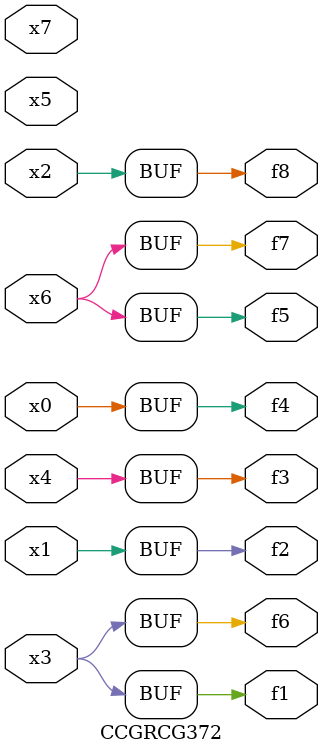
<source format=v>
module CCGRCG372(
	input x0, x1, x2, x3, x4, x5, x6, x7,
	output f1, f2, f3, f4, f5, f6, f7, f8
);
	assign f1 = x3;
	assign f2 = x1;
	assign f3 = x4;
	assign f4 = x0;
	assign f5 = x6;
	assign f6 = x3;
	assign f7 = x6;
	assign f8 = x2;
endmodule

</source>
